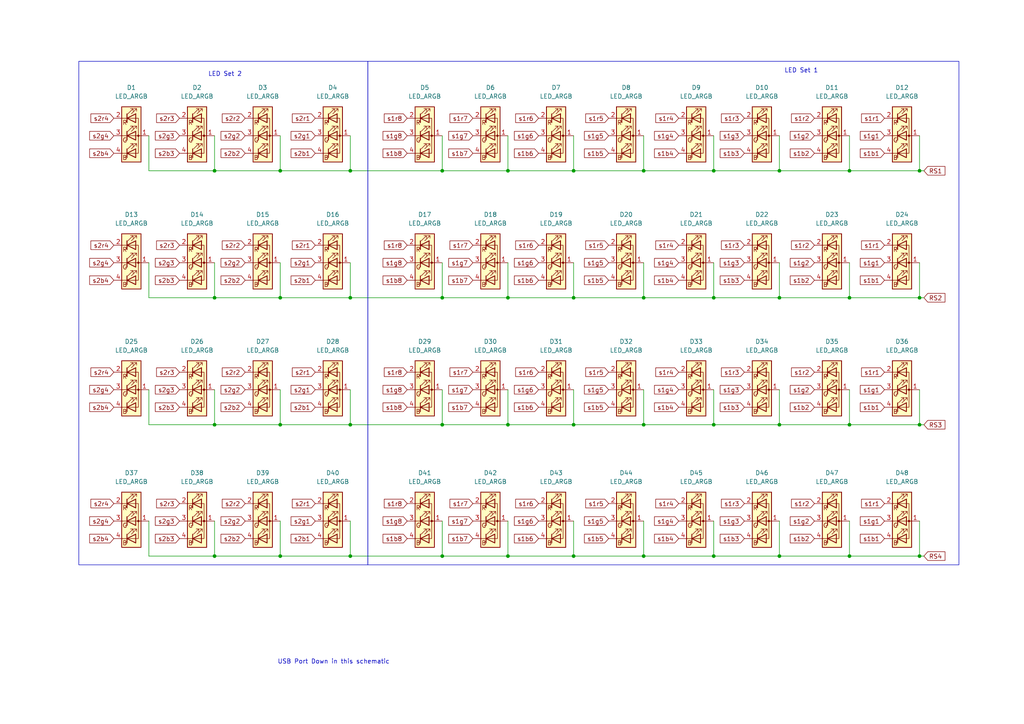
<source format=kicad_sch>
(kicad_sch (version 20250114) (generator "eeschema") (generator_version "9.0")
  (paper "A4")
  (lib_symbols
    (symbol "Device:LED_ARGB" (pin_names (offset 0) (hide yes))
      (property "Reference" "D" (at 0 9.398 0))
      (property "Value" "LED_ARGB" (at 0 -8.89 0))
      (symbol "LED_ARGB_0_0"
        (text "R" (at -1.905 3.81 0) (effects (font (size 1.27 1.27))))
        (text "G" (at -1.905 -1.27 0) (effects (font (size 1.27 1.27))))
        (text "B" (at -1.905 -6.35 0) (effects (font (size 1.27 1.27))))
      )
      (symbol "LED_ARGB_0_1"
        (polyline (pts (xy -1.27 6.35) (xy -1.27 3.81)) (stroke (width 0.254)))
        (polyline (pts (xy -1.27 6.35) (xy -1.27 3.81) (xy -1.27 3.81)))
        (polyline (pts (xy -1.27 5.08) (xy -2.54 5.08)))
        (polyline (pts (xy -1.27 5.08) (xy 1.27 5.08)))
        (polyline (pts (xy -1.27 1.27) (xy -1.27 -1.27)) (stroke (width 0.254)))
        (polyline (pts (xy -1.27 1.27) (xy -1.27 -1.27) (xy -1.27 -1.27)))
        (polyline (pts (xy -1.27 0) (xy -2.54 0)))
        (polyline (pts (xy -1.27 -3.81) (xy -1.27 -6.35)) (stroke (width 0.254)))
        (polyline (pts (xy -1.27 -5.08) (xy -2.54 -5.08)))
        (polyline (pts (xy -1.27 -5.08) (xy 1.27 -5.08)))
        (polyline (pts (xy -1.016 6.35) (xy 0.508 7.874) (xy -0.254 7.874) (xy 0.508 7.874) (xy 0.508 7.112)))
        (polyline (pts (xy -1.016 1.27) (xy 0.508 2.794) (xy -0.254 2.794) (xy 0.508 2.794) (xy 0.508 2.032)))
        (polyline (pts (xy -1.016 -3.81) (xy 0.508 -2.286) (xy -0.254 -2.286) (xy 0.508 -2.286) (xy 0.508 -3.048)))
        (polyline (pts (xy 0 6.35) (xy 1.524 7.874) (xy 0.762 7.874) (xy 1.524 7.874) (xy 1.524 7.112)))
        (polyline (pts (xy 0 1.27) (xy 1.524 2.794) (xy 0.762 2.794) (xy 1.524 2.794) (xy 1.524 2.032)))
        (polyline (pts (xy 0 -3.81) (xy 1.524 -2.286) (xy 0.762 -2.286) (xy 1.524 -2.286) (xy 1.524 -3.048)))
        (polyline (pts (xy 1.27 6.35) (xy 1.27 3.81) (xy -1.27 5.08) (xy 1.27 6.35)) (stroke (width 0.254)))
        (rectangle (start 1.27 6.35) (end 1.27 6.35))
        (rectangle (start 1.27 3.81) (end 1.27 6.35))
        (polyline (pts (xy 1.27 1.27) (xy 1.27 -1.27) (xy -1.27 0) (xy 1.27 1.27)) (stroke (width 0.254)))
        (rectangle (start 1.27 1.27) (end 1.27 1.27))
        (polyline (pts (xy 1.27 0) (xy -1.27 0)))
        (polyline (pts (xy 1.27 0) (xy 2.54 0)))
        (rectangle (start 1.27 -1.27) (end 1.27 1.27))
        (polyline (pts (xy 1.27 -3.81) (xy 1.27 -6.35) (xy -1.27 -5.08) (xy 1.27 -3.81)) (stroke (width 0.254)))
        (polyline (pts (xy 1.27 -5.08) (xy 2.032 -5.08) (xy 2.032 5.08) (xy 1.27 5.08)))
        (circle (center 2.032 0) (radius 0.254) (fill (type outline)))
        (rectangle (start 2.794 8.382) (end -2.794 -7.62) (stroke (width 0.254)) (fill (type background)))
      )
      (symbol "LED_ARGB_1_1"
        (pin passive line (at -5.08 5.08 0) (length 2.54) (name "RK") (number "2"))
        (pin passive line (at -5.08 0 0) (length 2.54) (name "GK") (number "3"))
        (pin passive line (at -5.08 -5.08 0) (length 2.54) (name "BK") (number "4"))
        (pin passive line (at 5.08 0 180) (length 2.54) (name "A") (number "1"))
      )
    )
  )
  (rectangle (start 106.68 17.78) (end 278.13 163.83))
  (rectangle (start 22.86 17.78) (end 106.68 163.83))
  (text "USB Port Down in this schematic\n" (at 96.774 192.024 0) (effects (font (size 1.27 1.27))))
  (text "LED Set 2\n" (at 65.278 21.59 0) (effects (font (size 1.27 1.27))))
  (text "LED Set 1" (at 232.41 20.574 0) (effects (font (size 1.27 1.27))))
  (junction (at 62.23 49.53))
  (junction (at 166.37 161.29))
  (junction (at 246.38 161.29))
  (junction (at 81.28 123.19))
  (junction (at 62.23 161.29))
  (junction (at 207.01 161.29))
  (junction (at 207.01 123.19))
  (junction (at 81.28 161.29))
  (junction (at 62.23 123.19))
  (junction (at 147.32 123.19))
  (junction (at 186.69 86.36))
  (junction (at 128.27 49.53))
  (junction (at 207.01 86.36))
  (junction (at 147.32 161.29))
  (junction (at 166.37 123.19))
  (junction (at 226.06 161.29))
  (junction (at 246.38 49.53))
  (junction (at 266.7 49.53))
  (junction (at 147.32 86.36))
  (junction (at 226.06 86.36))
  (junction (at 128.27 123.19))
  (junction (at 186.69 49.53))
  (junction (at 266.7 86.36))
  (junction (at 226.06 123.19))
  (junction (at 186.69 123.19))
  (junction (at 101.6 123.19))
  (junction (at 266.7 123.19))
  (junction (at 81.28 49.53))
  (junction (at 101.6 86.36))
  (junction (at 246.38 86.36))
  (junction (at 128.27 161.29))
  (junction (at 147.32 49.53))
  (junction (at 81.28 86.36))
  (junction (at 166.37 49.53))
  (junction (at 101.6 49.53))
  (junction (at 101.6 161.29))
  (junction (at 266.7 161.29))
  (junction (at 186.69 161.29))
  (junction (at 207.01 49.53))
  (junction (at 128.27 86.36))
  (junction (at 62.23 86.36))
  (junction (at 226.06 49.53))
  (junction (at 166.37 86.36))
  (junction (at 246.38 123.19))
  (wire (pts (xy 81.28 161.29) (xy 101.6 161.29)))
  (wire (pts (xy 62.23 86.36) (xy 81.28 86.36)))
  (wire (pts (xy 207.01 123.19) (xy 226.06 123.19)))
  (wire (pts (xy 101.6 49.53) (xy 128.27 49.53)))
  (wire (pts (xy 186.69 123.19) (xy 207.01 123.19)))
  (wire (pts (xy 43.18 113.03) (xy 43.18 123.19)))
  (wire (pts (xy 147.32 39.37) (xy 147.32 49.53)))
  (wire (pts (xy 207.01 151.13) (xy 207.01 161.29)))
  (wire (pts (xy 186.69 86.36) (xy 207.01 86.36)))
  (wire (pts (xy 43.18 161.29) (xy 62.23 161.29)))
  (wire (pts (xy 166.37 86.36) (xy 186.69 86.36)))
  (wire (pts (xy 62.23 123.19) (xy 81.28 123.19)))
  (wire (pts (xy 226.06 86.36) (xy 246.38 86.36)))
  (wire (pts (xy 186.69 113.03) (xy 186.69 123.19)))
  (wire (pts (xy 266.7 123.19) (xy 267.97 123.19)))
  (wire (pts (xy 81.28 39.37) (xy 81.28 49.53)))
  (wire (pts (xy 43.18 151.13) (xy 43.18 161.29)))
  (wire (pts (xy 246.38 113.03) (xy 246.38 123.19)))
  (wire (pts (xy 147.32 123.19) (xy 166.37 123.19)))
  (wire (pts (xy 207.01 76.2) (xy 207.01 86.36)))
  (wire (pts (xy 207.01 49.53) (xy 226.06 49.53)))
  (wire (pts (xy 246.38 123.19) (xy 266.7 123.19)))
  (wire (pts (xy 166.37 151.13) (xy 166.37 161.29)))
  (wire (pts (xy 246.38 76.2) (xy 246.38 86.36)))
  (wire (pts (xy 43.18 76.2) (xy 43.18 86.36)))
  (wire (pts (xy 101.6 151.13) (xy 101.6 161.29)))
  (wire (pts (xy 186.69 39.37) (xy 186.69 49.53)))
  (wire (pts (xy 81.28 113.03) (xy 81.28 123.19)))
  (wire (pts (xy 101.6 113.03) (xy 101.6 123.19)))
  (wire (pts (xy 147.32 113.03) (xy 147.32 123.19)))
  (wire (pts (xy 43.18 49.53) (xy 62.23 49.53)))
  (wire (pts (xy 266.7 86.36) (xy 267.97 86.36)))
  (wire (pts (xy 128.27 161.29) (xy 147.32 161.29)))
  (wire (pts (xy 81.28 151.13) (xy 81.28 161.29)))
  (wire (pts (xy 246.38 151.13) (xy 246.38 161.29)))
  (wire (pts (xy 186.69 76.2) (xy 186.69 86.36)))
  (wire (pts (xy 81.28 49.53) (xy 101.6 49.53)))
  (wire (pts (xy 226.06 151.13) (xy 226.06 161.29)))
  (wire (pts (xy 186.69 161.29) (xy 207.01 161.29)))
  (wire (pts (xy 62.23 76.2) (xy 62.23 86.36)))
  (wire (pts (xy 166.37 76.2) (xy 166.37 86.36)))
  (wire (pts (xy 101.6 39.37) (xy 101.6 49.53)))
  (wire (pts (xy 128.27 113.03) (xy 128.27 123.19)))
  (wire (pts (xy 266.7 39.37) (xy 266.7 49.53)))
  (wire (pts (xy 147.32 86.36) (xy 166.37 86.36)))
  (wire (pts (xy 166.37 49.53) (xy 186.69 49.53)))
  (wire (pts (xy 128.27 151.13) (xy 128.27 161.29)))
  (wire (pts (xy 266.7 113.03) (xy 266.7 123.19)))
  (wire (pts (xy 207.01 161.29) (xy 226.06 161.29)))
  (wire (pts (xy 226.06 39.37) (xy 226.06 49.53)))
  (wire (pts (xy 226.06 123.19) (xy 246.38 123.19)))
  (wire (pts (xy 62.23 39.37) (xy 62.23 49.53)))
  (wire (pts (xy 128.27 86.36) (xy 147.32 86.36)))
  (wire (pts (xy 207.01 86.36) (xy 226.06 86.36)))
  (wire (pts (xy 246.38 49.53) (xy 266.7 49.53)))
  (wire (pts (xy 166.37 161.29) (xy 186.69 161.29)))
  (wire (pts (xy 101.6 161.29) (xy 128.27 161.29)))
  (wire (pts (xy 266.7 151.13) (xy 266.7 161.29)))
  (wire (pts (xy 266.7 161.29) (xy 267.97 161.29)))
  (wire (pts (xy 226.06 49.53) (xy 246.38 49.53)))
  (wire (pts (xy 207.01 113.03) (xy 207.01 123.19)))
  (wire (pts (xy 246.38 86.36) (xy 266.7 86.36)))
  (wire (pts (xy 62.23 113.03) (xy 62.23 123.19)))
  (wire (pts (xy 186.69 49.53) (xy 207.01 49.53)))
  (wire (pts (xy 43.18 86.36) (xy 62.23 86.36)))
  (wire (pts (xy 166.37 123.19) (xy 186.69 123.19)))
  (wire (pts (xy 128.27 49.53) (xy 147.32 49.53)))
  (wire (pts (xy 186.69 151.13) (xy 186.69 161.29)))
  (wire (pts (xy 128.27 123.19) (xy 147.32 123.19)))
  (wire (pts (xy 101.6 123.19) (xy 128.27 123.19)))
  (wire (pts (xy 81.28 76.2) (xy 81.28 86.36)))
  (wire (pts (xy 207.01 39.37) (xy 207.01 49.53)))
  (wire (pts (xy 147.32 49.53) (xy 166.37 49.53)))
  (wire (pts (xy 81.28 123.19) (xy 101.6 123.19)))
  (wire (pts (xy 266.7 76.2) (xy 266.7 86.36)))
  (wire (pts (xy 62.23 49.53) (xy 81.28 49.53)))
  (wire (pts (xy 62.23 151.13) (xy 62.23 161.29)))
  (wire (pts (xy 226.06 76.2) (xy 226.06 86.36)))
  (wire (pts (xy 43.18 123.19) (xy 62.23 123.19)))
  (wire (pts (xy 266.7 49.53) (xy 267.97 49.53)))
  (wire (pts (xy 101.6 86.36) (xy 128.27 86.36)))
  (wire (pts (xy 147.32 151.13) (xy 147.32 161.29)))
  (wire (pts (xy 226.06 161.29) (xy 246.38 161.29)))
  (wire (pts (xy 166.37 113.03) (xy 166.37 123.19)))
  (wire (pts (xy 226.06 113.03) (xy 226.06 123.19)))
  (wire (pts (xy 128.27 76.2) (xy 128.27 86.36)))
  (wire (pts (xy 246.38 39.37) (xy 246.38 49.53)))
  (wire (pts (xy 101.6 76.2) (xy 101.6 86.36)))
  (wire (pts (xy 128.27 39.37) (xy 128.27 49.53)))
  (wire (pts (xy 81.28 86.36) (xy 101.6 86.36)))
  (wire (pts (xy 147.32 161.29) (xy 166.37 161.29)))
  (wire (pts (xy 43.18 39.37) (xy 43.18 49.53)))
  (wire (pts (xy 62.23 161.29) (xy 81.28 161.29)))
  (wire (pts (xy 246.38 161.29) (xy 266.7 161.29)))
  (wire (pts (xy 166.37 39.37) (xy 166.37 49.53)))
  (wire (pts (xy 147.32 76.2) (xy 147.32 86.36)))
  (global_label "s1g4" (shape input) (at 196.85 113.03 180) (property "Intersheetrefs" "${INTERSHEET_REFS}" (effects (hide yes))))
  (global_label "s2g3" (shape input) (at 52.07 113.03 180) (property "Intersheetrefs" "${INTERSHEET_REFS}" (effects (hide yes))))
  (global_label "s1g2" (shape input) (at 236.22 76.2 180) (property "Intersheetrefs" "${INTERSHEET_REFS}" (effects (hide yes))))
  (global_label "s1g3" (shape input) (at 215.9 39.37 180) (property "Intersheetrefs" "${INTERSHEET_REFS}" (effects (hide yes))))
  (global_label "s1r7" (shape input) (at 137.16 71.12 180) (property "Intersheetrefs" "${INTERSHEET_REFS}" (effects (hide yes))))
  (global_label "s2b1" (shape input) (at 91.44 156.21 180) (property "Intersheetrefs" "${INTERSHEET_REFS}" (effects (hide yes))))
  (global_label "s1b2" (shape input) (at 236.22 81.28 180) (property "Intersheetrefs" "${INTERSHEET_REFS}" (effects (hide yes))))
  (global_label "s1g8" (shape input) (at 118.11 113.03 180) (property "Intersheetrefs" "${INTERSHEET_REFS}" (effects (hide yes))))
  (global_label "s1r7" (shape input) (at 137.16 146.05 180) (property "Intersheetrefs" "${INTERSHEET_REFS}" (effects (hide yes))))
  (global_label "s1b5" (shape input) (at 176.53 81.28 180) (property "Intersheetrefs" "${INTERSHEET_REFS}" (effects (hide yes))))
  (global_label "s1r7" (shape input) (at 137.16 107.95 180) (property "Intersheetrefs" "${INTERSHEET_REFS}" (effects (hide yes))))
  (global_label "s2r2" (shape input) (at 71.12 71.12 180) (property "Intersheetrefs" "${INTERSHEET_REFS}" (effects (hide yes))))
  (global_label "s1g8" (shape input) (at 118.11 151.13 180) (property "Intersheetrefs" "${INTERSHEET_REFS}" (effects (hide yes))))
  (global_label "s1r5" (shape input) (at 176.53 34.29 180) (property "Intersheetrefs" "${INTERSHEET_REFS}" (effects (hide yes))))
  (global_label "s2g1" (shape input) (at 91.44 39.37 180) (property "Intersheetrefs" "${INTERSHEET_REFS}" (effects (hide yes))))
  (global_label "s1r5" (shape input) (at 176.53 71.12 180) (property "Intersheetrefs" "${INTERSHEET_REFS}" (effects (hide yes))))
  (global_label "s1b6" (shape input) (at 156.21 44.45 180) (property "Intersheetrefs" "${INTERSHEET_REFS}" (effects (hide yes))))
  (global_label "s2g1" (shape input) (at 91.44 76.2 180) (property "Intersheetrefs" "${INTERSHEET_REFS}" (effects (hide yes))))
  (global_label "s1r2" (shape input) (at 236.22 146.05 180) (property "Intersheetrefs" "${INTERSHEET_REFS}" (effects (hide yes))))
  (global_label "s2g4" (shape input) (at 33.02 39.37 180) (property "Intersheetrefs" "${INTERSHEET_REFS}" (effects (hide yes))))
  (global_label "s2b3" (shape input) (at 52.07 156.21 180) (property "Intersheetrefs" "${INTERSHEET_REFS}" (effects (hide yes))))
  (global_label "s1r4" (shape input) (at 196.85 34.29 180) (property "Intersheetrefs" "${INTERSHEET_REFS}" (effects (hide yes))))
  (global_label "s2b4" (shape input) (at 33.02 118.11 180) (property "Intersheetrefs" "${INTERSHEET_REFS}" (effects (hide yes))))
  (global_label "s1b1" (shape input) (at 256.54 118.11 180) (property "Intersheetrefs" "${INTERSHEET_REFS}" (effects (hide yes))))
  (global_label "RS3" (shape input) (at 267.97 123.19 0) (property "Intersheetrefs" "${INTERSHEET_REFS}" (effects (hide yes))))
  (global_label "s1g6" (shape input) (at 156.21 76.2 180) (property "Intersheetrefs" "${INTERSHEET_REFS}" (effects (hide yes))))
  (global_label "s2b3" (shape input) (at 52.07 118.11 180) (property "Intersheetrefs" "${INTERSHEET_REFS}" (effects (hide yes))))
  (global_label "s1b8" (shape input) (at 118.11 118.11 180) (property "Intersheetrefs" "${INTERSHEET_REFS}" (effects (hide yes))))
  (global_label "s2r4" (shape input) (at 33.02 34.29 180) (property "Intersheetrefs" "${INTERSHEET_REFS}" (effects (hide yes))))
  (global_label "s1g8" (shape input) (at 118.11 76.2 180) (property "Intersheetrefs" "${INTERSHEET_REFS}" (effects (hide yes))))
  (global_label "s1b6" (shape input) (at 156.21 156.21 180) (property "Intersheetrefs" "${INTERSHEET_REFS}" (effects (hide yes))))
  (global_label "s1r6" (shape input) (at 156.21 107.95 180) (property "Intersheetrefs" "${INTERSHEET_REFS}" (effects (hide yes))))
  (global_label "s2b2" (shape input) (at 71.12 44.45 180) (property "Intersheetrefs" "${INTERSHEET_REFS}" (effects (hide yes))))
  (global_label "s1b8" (shape input) (at 118.11 81.28 180) (property "Intersheetrefs" "${INTERSHEET_REFS}" (effects (hide yes))))
  (global_label "s2r1" (shape input) (at 91.44 34.29 180) (property "Intersheetrefs" "${INTERSHEET_REFS}" (effects (hide yes))))
  (global_label "s1b4" (shape input) (at 196.85 44.45 180) (property "Intersheetrefs" "${INTERSHEET_REFS}" (effects (hide yes))))
  (global_label "RS2" (shape input) (at 267.97 86.36 0) (property "Intersheetrefs" "${INTERSHEET_REFS}" (effects (hide yes))))
  (global_label "s1g2" (shape input) (at 236.22 151.13 180) (property "Intersheetrefs" "${INTERSHEET_REFS}" (effects (hide yes))))
  (global_label "s2b4" (shape input) (at 33.02 156.21 180) (property "Intersheetrefs" "${INTERSHEET_REFS}" (effects (hide yes))))
  (global_label "s1r7" (shape input) (at 137.16 34.29 180) (property "Intersheetrefs" "${INTERSHEET_REFS}" (effects (hide yes))))
  (global_label "s2g2" (shape input) (at 71.12 113.03 180) (property "Intersheetrefs" "${INTERSHEET_REFS}" (effects (hide yes))))
  (global_label "s2b2" (shape input) (at 71.12 156.21 180) (property "Intersheetrefs" "${INTERSHEET_REFS}" (effects (hide yes))))
  (global_label "s1r1" (shape input) (at 256.54 107.95 180) (property "Intersheetrefs" "${INTERSHEET_REFS}" (effects (hide yes))))
  (global_label "s2r4" (shape input) (at 33.02 107.95 180) (property "Intersheetrefs" "${INTERSHEET_REFS}" (effects (hide yes))))
  (global_label "s2r3" (shape input) (at 52.07 146.05 180) (property "Intersheetrefs" "${INTERSHEET_REFS}" (effects (hide yes))))
  (global_label "s1b5" (shape input) (at 176.53 44.45 180) (property "Intersheetrefs" "${INTERSHEET_REFS}" (effects (hide yes))))
  (global_label "s1r8" (shape input) (at 118.11 107.95 180) (property "Intersheetrefs" "${INTERSHEET_REFS}" (effects (hide yes))))
  (global_label "s1b7" (shape input) (at 137.16 118.11 180) (property "Intersheetrefs" "${INTERSHEET_REFS}" (effects (hide yes))))
  (global_label "s2r1" (shape input) (at 91.44 71.12 180) (property "Intersheetrefs" "${INTERSHEET_REFS}" (effects (hide yes))))
  (global_label "s2b4" (shape input) (at 33.02 44.45 180) (property "Intersheetrefs" "${INTERSHEET_REFS}" (effects (hide yes))))
  (global_label "s1r1" (shape input) (at 256.54 146.05 180) (property "Intersheetrefs" "${INTERSHEET_REFS}" (effects (hide yes))))
  (global_label "s2r1" (shape input) (at 91.44 146.05 180) (property "Intersheetrefs" "${INTERSHEET_REFS}" (effects (hide yes))))
  (global_label "s1r2" (shape input) (at 236.22 71.12 180) (property "Intersheetrefs" "${INTERSHEET_REFS}" (effects (hide yes))))
  (global_label "s1b3" (shape input) (at 215.9 44.45 180) (property "Intersheetrefs" "${INTERSHEET_REFS}" (effects (hide yes))))
  (global_label "s1g1" (shape input) (at 256.54 76.2 180) (property "Intersheetrefs" "${INTERSHEET_REFS}" (effects (hide yes))))
  (global_label "s1g7" (shape input) (at 137.16 39.37 180) (property "Intersheetrefs" "${INTERSHEET_REFS}" (effects (hide yes))))
  (global_label "s2g2" (shape input) (at 71.12 39.37 180) (property "Intersheetrefs" "${INTERSHEET_REFS}" (effects (hide yes))))
  (global_label "s2r4" (shape input) (at 33.02 146.05 180) (property "Intersheetrefs" "${INTERSHEET_REFS}" (effects (hide yes))))
  (global_label "s2r3" (shape input) (at 52.07 34.29 180) (property "Intersheetrefs" "${INTERSHEET_REFS}" (effects (hide yes))))
  (global_label "s1b4" (shape input) (at 196.85 118.11 180) (property "Intersheetrefs" "${INTERSHEET_REFS}" (effects (hide yes))))
  (global_label "s1g6" (shape input) (at 156.21 113.03 180) (property "Intersheetrefs" "${INTERSHEET_REFS}" (effects (hide yes))))
  (global_label "s2g4" (shape input) (at 33.02 113.03 180) (property "Intersheetrefs" "${INTERSHEET_REFS}" (effects (hide yes))))
  (global_label "s1g5" (shape input) (at 176.53 113.03 180) (property "Intersheetrefs" "${INTERSHEET_REFS}" (effects (hide yes))))
  (global_label "s1g1" (shape input) (at 256.54 151.13 180) (property "Intersheetrefs" "${INTERSHEET_REFS}" (effects (hide yes))))
  (global_label "s1b6" (shape input) (at 156.21 118.11 180) (property "Intersheetrefs" "${INTERSHEET_REFS}" (effects (hide yes))))
  (global_label "RS1" (shape input) (at 267.97 49.53 0) (property "Intersheetrefs" "${INTERSHEET_REFS}" (effects (hide yes))))
  (global_label "s1g5" (shape input) (at 176.53 151.13 180) (property "Intersheetrefs" "${INTERSHEET_REFS}" (effects (hide yes))))
  (global_label "s1b3" (shape input) (at 215.9 118.11 180) (property "Intersheetrefs" "${INTERSHEET_REFS}" (effects (hide yes))))
  (global_label "s2b1" (shape input) (at 91.44 118.11 180) (property "Intersheetrefs" "${INTERSHEET_REFS}" (effects (hide yes))))
  (global_label "s1r4" (shape input) (at 196.85 107.95 180) (property "Intersheetrefs" "${INTERSHEET_REFS}" (effects (hide yes))))
  (global_label "s1r3" (shape input) (at 215.9 146.05 180) (property "Intersheetrefs" "${INTERSHEET_REFS}" (effects (hide yes))))
  (global_label "s1g4" (shape input) (at 196.85 39.37 180) (property "Intersheetrefs" "${INTERSHEET_REFS}" (effects (hide yes))))
  (global_label "s2g4" (shape input) (at 33.02 76.2 180) (property "Intersheetrefs" "${INTERSHEET_REFS}" (effects (hide yes))))
  (global_label "s2b1" (shape input) (at 91.44 81.28 180) (property "Intersheetrefs" "${INTERSHEET_REFS}" (effects (hide yes))))
  (global_label "s1r6" (shape input) (at 156.21 71.12 180) (property "Intersheetrefs" "${INTERSHEET_REFS}" (effects (hide yes))))
  (global_label "s1g6" (shape input) (at 156.21 151.13 180) (property "Intersheetrefs" "${INTERSHEET_REFS}" (effects (hide yes))))
  (global_label "s1r5" (shape input) (at 176.53 146.05 180) (property "Intersheetrefs" "${INTERSHEET_REFS}" (effects (hide yes))))
  (global_label "s1b1" (shape input) (at 256.54 156.21 180) (property "Intersheetrefs" "${INTERSHEET_REFS}" (effects (hide yes))))
  (global_label "s1b2" (shape input) (at 236.22 44.45 180) (property "Intersheetrefs" "${INTERSHEET_REFS}" (effects (hide yes))))
  (global_label "s1b4" (shape input) (at 196.85 156.21 180) (property "Intersheetrefs" "${INTERSHEET_REFS}" (effects (hide yes))))
  (global_label "s2g3" (shape input) (at 52.07 76.2 180) (property "Intersheetrefs" "${INTERSHEET_REFS}" (effects (hide yes))))
  (global_label "s2r1" (shape input) (at 91.44 107.95 180) (property "Intersheetrefs" "${INTERSHEET_REFS}" (effects (hide yes))))
  (global_label "s1b2" (shape input) (at 236.22 156.21 180) (property "Intersheetrefs" "${INTERSHEET_REFS}" (effects (hide yes))))
  (global_label "s1b7" (shape input) (at 137.16 156.21 180) (property "Intersheetrefs" "${INTERSHEET_REFS}" (effects (hide yes))))
  (global_label "s2r4" (shape input) (at 33.02 71.12 180) (property "Intersheetrefs" "${INTERSHEET_REFS}" (effects (hide yes))))
  (global_label "s1g3" (shape input) (at 215.9 76.2 180) (property "Intersheetrefs" "${INTERSHEET_REFS}" (effects (hide yes))))
  (global_label "s1b8" (shape input) (at 118.11 44.45 180) (property "Intersheetrefs" "${INTERSHEET_REFS}" (effects (hide yes))))
  (global_label "s2r2" (shape input) (at 71.12 146.05 180) (property "Intersheetrefs" "${INTERSHEET_REFS}" (effects (hide yes))))
  (global_label "s2b4" (shape input) (at 33.02 81.28 180) (property "Intersheetrefs" "${INTERSHEET_REFS}" (effects (hide yes))))
  (global_label "s1b3" (shape input) (at 215.9 156.21 180) (property "Intersheetrefs" "${INTERSHEET_REFS}" (effects (hide yes))))
  (global_label "RS4" (shape input) (at 267.97 161.29 0) (property "Intersheetrefs" "${INTERSHEET_REFS}" (effects (hide yes))))
  (global_label "s1b6" (shape input) (at 156.21 81.28 180) (property "Intersheetrefs" "${INTERSHEET_REFS}" (effects (hide yes))))
  (global_label "s2b1" (shape input) (at 91.44 44.45 180) (property "Intersheetrefs" "${INTERSHEET_REFS}" (effects (hide yes))))
  (global_label "s2g3" (shape input) (at 52.07 151.13 180) (property "Intersheetrefs" "${INTERSHEET_REFS}" (effects (hide yes))))
  (global_label "s1r1" (shape input) (at 256.54 34.29 180) (property "Intersheetrefs" "${INTERSHEET_REFS}" (effects (hide yes))))
  (global_label "s1r2" (shape input) (at 236.22 107.95 180) (property "Intersheetrefs" "${INTERSHEET_REFS}" (effects (hide yes))))
  (global_label "s2g2" (shape input) (at 71.12 76.2 180) (property "Intersheetrefs" "${INTERSHEET_REFS}" (effects (hide yes))))
  (global_label "s1r3" (shape input) (at 215.9 107.95 180) (property "Intersheetrefs" "${INTERSHEET_REFS}" (effects (hide yes))))
  (global_label "s1b1" (shape input) (at 256.54 81.28 180) (property "Intersheetrefs" "${INTERSHEET_REFS}" (effects (hide yes))))
  (global_label "s1r6" (shape input) (at 156.21 146.05 180) (property "Intersheetrefs" "${INTERSHEET_REFS}" (effects (hide yes))))
  (global_label "s1g7" (shape input) (at 137.16 113.03 180) (property "Intersheetrefs" "${INTERSHEET_REFS}" (effects (hide yes))))
  (global_label "s1g2" (shape input) (at 236.22 39.37 180) (property "Intersheetrefs" "${INTERSHEET_REFS}" (effects (hide yes))))
  (global_label "s1r3" (shape input) (at 215.9 34.29 180) (property "Intersheetrefs" "${INTERSHEET_REFS}" (effects (hide yes))))
  (global_label "s1g4" (shape input) (at 196.85 76.2 180) (property "Intersheetrefs" "${INTERSHEET_REFS}" (effects (hide yes))))
  (global_label "s2g1" (shape input) (at 91.44 151.13 180) (property "Intersheetrefs" "${INTERSHEET_REFS}" (effects (hide yes))))
  (global_label "s2g4" (shape input) (at 33.02 151.13 180) (property "Intersheetrefs" "${INTERSHEET_REFS}" (effects (hide yes))))
  (global_label "s1g4" (shape input) (at 196.85 151.13 180) (property "Intersheetrefs" "${INTERSHEET_REFS}" (effects (hide yes))))
  (global_label "s2g2" (shape input) (at 71.12 151.13 180) (property "Intersheetrefs" "${INTERSHEET_REFS}" (effects (hide yes))))
  (global_label "s1r8" (shape input) (at 118.11 34.29 180) (property "Intersheetrefs" "${INTERSHEET_REFS}" (effects (hide yes))))
  (global_label "s1b7" (shape input) (at 137.16 44.45 180) (property "Intersheetrefs" "${INTERSHEET_REFS}" (effects (hide yes))))
  (global_label "s1b1" (shape input) (at 256.54 44.45 180) (property "Intersheetrefs" "${INTERSHEET_REFS}" (effects (hide yes))))
  (global_label "s1r6" (shape input) (at 156.21 34.29 180) (property "Intersheetrefs" "${INTERSHEET_REFS}" (effects (hide yes))))
  (global_label "s1r3" (shape input) (at 215.9 71.12 180) (property "Intersheetrefs" "${INTERSHEET_REFS}" (effects (hide yes))))
  (global_label "s1r1" (shape input) (at 256.54 71.12 180) (property "Intersheetrefs" "${INTERSHEET_REFS}" (effects (hide yes))))
  (global_label "s1g1" (shape input) (at 256.54 39.37 180) (property "Intersheetrefs" "${INTERSHEET_REFS}" (effects (hide yes))))
  (global_label "s1r8" (shape input) (at 118.11 71.12 180) (property "Intersheetrefs" "${INTERSHEET_REFS}" (effects (hide yes))))
  (global_label "s2r3" (shape input) (at 52.07 107.95 180) (property "Intersheetrefs" "${INTERSHEET_REFS}" (effects (hide yes))))
  (global_label "s1b2" (shape input) (at 236.22 118.11 180) (property "Intersheetrefs" "${INTERSHEET_REFS}" (effects (hide yes))))
  (global_label "s1g7" (shape input) (at 137.16 151.13 180) (property "Intersheetrefs" "${INTERSHEET_REFS}" (effects (hide yes))))
  (global_label "s1g3" (shape input) (at 215.9 151.13 180) (property "Intersheetrefs" "${INTERSHEET_REFS}" (effects (hide yes))))
  (global_label "s1r4" (shape input) (at 196.85 146.05 180) (property "Intersheetrefs" "${INTERSHEET_REFS}" (effects (hide yes))))
  (global_label "s2g3" (shape input) (at 52.07 39.37 180) (property "Intersheetrefs" "${INTERSHEET_REFS}" (effects (hide yes))))
  (global_label "s2r2" (shape input) (at 71.12 107.95 180) (property "Intersheetrefs" "${INTERSHEET_REFS}" (effects (hide yes))))
  (global_label "s1g5" (shape input) (at 176.53 39.37 180) (property "Intersheetrefs" "${INTERSHEET_REFS}" (effects (hide yes))))
  (global_label "s1g2" (shape input) (at 236.22 113.03 180) (property "Intersheetrefs" "${INTERSHEET_REFS}" (effects (hide yes))))
  (global_label "s1b5" (shape input) (at 176.53 156.21 180) (property "Intersheetrefs" "${INTERSHEET_REFS}" (effects (hide yes))))
  (global_label "s2b3" (shape input) (at 52.07 81.28 180) (property "Intersheetrefs" "${INTERSHEET_REFS}" (effects (hide yes))))
  (global_label "s1g6" (shape input) (at 156.21 39.37 180) (property "Intersheetrefs" "${INTERSHEET_REFS}" (effects (hide yes))))
  (global_label "s1b5" (shape input) (at 176.53 118.11 180) (property "Intersheetrefs" "${INTERSHEET_REFS}" (effects (hide yes))))
  (global_label "s2b3" (shape input) (at 52.07 44.45 180) (property "Intersheetrefs" "${INTERSHEET_REFS}" (effects (hide yes))))
  (global_label "s1r8" (shape input) (at 118.11 146.05 180) (property "Intersheetrefs" "${INTERSHEET_REFS}" (effects (hide yes))))
  (global_label "s1g5" (shape input) (at 176.53 76.2 180) (property "Intersheetrefs" "${INTERSHEET_REFS}" (effects (hide yes))))
  (global_label "s2r3" (shape input) (at 52.07 71.12 180) (property "Intersheetrefs" "${INTERSHEET_REFS}" (effects (hide yes))))
  (global_label "s1r2" (shape input) (at 236.22 34.29 180) (property "Intersheetrefs" "${INTERSHEET_REFS}" (effects (hide yes))))
  (global_label "s1b8" (shape input) (at 118.11 156.21 180) (property "Intersheetrefs" "${INTERSHEET_REFS}" (effects (hide yes))))
  (global_label "s1b7" (shape input) (at 137.16 81.28 180) (property "Intersheetrefs" "${INTERSHEET_REFS}" (effects (hide yes))))
  (global_label "s1b3" (shape input) (at 215.9 81.28 180) (property "Intersheetrefs" "${INTERSHEET_REFS}" (effects (hide yes))))
  (global_label "s2g1" (shape input) (at 91.44 113.03 180) (property "Intersheetrefs" "${INTERSHEET_REFS}" (effects (hide yes))))
  (global_label "s2r2" (shape input) (at 71.12 34.29 180) (property "Intersheetrefs" "${INTERSHEET_REFS}" (effects (hide yes))))
  (global_label "s1g1" (shape input) (at 256.54 113.03 180) (property "Intersheetrefs" "${INTERSHEET_REFS}" (effects (hide yes))))
  (global_label "s1g8" (shape input) (at 118.11 39.37 180) (property "Intersheetrefs" "${INTERSHEET_REFS}" (effects (hide yes))))
  (global_label "s1g7" (shape input) (at 137.16 76.2 180) (property "Intersheetrefs" "${INTERSHEET_REFS}" (effects (hide yes))))
  (global_label "s2b2" (shape input) (at 71.12 81.28 180) (property "Intersheetrefs" "${INTERSHEET_REFS}" (effects (hide yes))))
  (global_label "s1g3" (shape input) (at 215.9 113.03 180) (property "Intersheetrefs" "${INTERSHEET_REFS}" (effects (hide yes))))
  (global_label "s1b4" (shape input) (at 196.85 81.28 180) (property "Intersheetrefs" "${INTERSHEET_REFS}" (effects (hide yes))))
  (global_label "s1r5" (shape input) (at 176.53 107.95 180) (property "Intersheetrefs" "${INTERSHEET_REFS}" (effects (hide yes))))
  (global_label "s2b2" (shape input) (at 71.12 118.11 180) (property "Intersheetrefs" "${INTERSHEET_REFS}" (effects (hide yes))))
  (global_label "s1r4" (shape input) (at 196.85 71.12 180) (property "Intersheetrefs" "${INTERSHEET_REFS}" (effects (hide yes))))
  (symbol (lib_id "Device:LED_ARGB") (at 76.2 39.37 0) (unit 1)
    (property "Reference" "D3" (at 76.2 25.4 0))
    (property "Value" "LED_ARGB" (at 76.2 27.94 0))
    (property "Footprint" "LED_SMD:LED_Cree-PLCC4_2x2mm_CW" (effects (hide yes)))
    (property "Description" "RGB LED, anode/red/green/blue" (effects (hide yes)))
  )
  (symbol (lib_id "Device:LED_ARGB") (at 76.2 113.03 0) (unit 1)
    (property "Reference" "D27" (at 76.2 99.06 0))
    (property "Value" "LED_ARGB" (at 76.2 101.6 0))
    (property "Footprint" "LED_SMD:LED_Cree-PLCC4_2x2mm_CW" (effects (hide yes)))
    (property "Description" "RGB LED, anode/red/green/blue" (effects (hide yes)))
  )
  (symbol (lib_id "Device:LED_ARGB") (at 76.2 151.13 0) (unit 1)
    (property "Reference" "D39" (at 76.2 137.16 0))
    (property "Value" "LED_ARGB" (at 76.2 139.7 0))
    (property "Footprint" "LED_SMD:LED_Cree-PLCC4_2x2mm_CW" (effects (hide yes)))
    (property "Description" "RGB LED, anode/red/green/blue" (effects (hide yes)))
  )
  (symbol (lib_id "Device:LED_ARGB") (at 96.52 113.03 0) (unit 1)
    (property "Reference" "D28" (at 96.52 99.06 0))
    (property "Value" "LED_ARGB" (at 96.52 101.6 0))
    (property "Footprint" "LED_SMD:LED_Cree-PLCC4_2x2mm_CW" (effects (hide yes)))
    (property "Description" "RGB LED, anode/red/green/blue" (effects (hide yes)))
  )
  (symbol (lib_id "Device:LED_ARGB") (at 96.52 151.13 0) (unit 1)
    (property "Reference" "D40" (at 96.52 137.16 0))
    (property "Value" "LED_ARGB" (at 96.52 139.7 0))
    (property "Footprint" "LED_SMD:LED_Cree-PLCC4_2x2mm_CW" (effects (hide yes)))
    (property "Description" "RGB LED, anode/red/green/blue" (effects (hide yes)))
  )
  (symbol (lib_id "Device:LED_ARGB") (at 220.98 151.13 0) (unit 1)
    (property "Reference" "D46" (at 220.98 137.16 0))
    (property "Value" "LED_ARGB" (at 220.98 139.7 0))
    (property "Footprint" "LED_SMD:LED_Cree-PLCC4_2x2mm_CW" (effects (hide yes)))
    (property "Description" "RGB LED, anode/red/green/blue" (effects (hide yes)))
  )
  (symbol (lib_id "Device:LED_ARGB") (at 38.1 113.03 0) (unit 1)
    (property "Reference" "D25" (at 38.1 99.06 0))
    (property "Value" "LED_ARGB" (at 38.1 101.6 0))
    (property "Footprint" "LED_SMD:LED_Cree-PLCC4_2x2mm_CW" (effects (hide yes)))
    (property "Description" "RGB LED, anode/red/green/blue" (effects (hide yes)))
  )
  (symbol (lib_id "Device:LED_ARGB") (at 220.98 76.2 0) (unit 1)
    (property "Reference" "D22" (at 220.98 62.23 0))
    (property "Value" "LED_ARGB" (at 220.98 64.77 0))
    (property "Footprint" "LED_SMD:LED_Cree-PLCC4_2x2mm_CW" (effects (hide yes)))
    (property "Description" "RGB LED, anode/red/green/blue" (effects (hide yes)))
  )
  (symbol (lib_id "Device:LED_ARGB") (at 142.24 151.13 0) (unit 1)
    (property "Reference" "D42" (at 142.24 137.16 0))
    (property "Value" "LED_ARGB" (at 142.24 139.7 0))
    (property "Footprint" "LED_SMD:LED_Cree-PLCC4_2x2mm_CW" (effects (hide yes)))
    (property "Description" "RGB LED, anode/red/green/blue" (effects (hide yes)))
  )
  (symbol (lib_id "Device:LED_ARGB") (at 161.29 113.03 0) (unit 1)
    (property "Reference" "D31" (at 161.29 99.06 0))
    (property "Value" "LED_ARGB" (at 161.29 101.6 0))
    (property "Footprint" "LED_SMD:LED_Cree-PLCC4_2x2mm_CW" (effects (hide yes)))
    (property "Description" "RGB LED, anode/red/green/blue" (effects (hide yes)))
  )
  (symbol (lib_id "Device:LED_ARGB") (at 142.24 76.2 0) (unit 1)
    (property "Reference" "D18" (at 142.24 62.23 0))
    (property "Value" "LED_ARGB" (at 142.24 64.77 0))
    (property "Footprint" "LED_SMD:LED_Cree-PLCC4_2x2mm_CW" (effects (hide yes)))
    (property "Description" "RGB LED, anode/red/green/blue" (effects (hide yes)))
  )
  (symbol (lib_id "Device:LED_ARGB") (at 123.19 151.13 0) (unit 1)
    (property "Reference" "D41" (at 123.19 137.16 0))
    (property "Value" "LED_ARGB" (at 123.19 139.7 0))
    (property "Footprint" "LED_SMD:LED_Cree-PLCC4_2x2mm_CW" (effects (hide yes)))
    (property "Description" "RGB LED, anode/red/green/blue" (effects (hide yes)))
  )
  (symbol (lib_id "Device:LED_ARGB") (at 201.93 151.13 0) (unit 1)
    (property "Reference" "D45" (at 201.93 137.16 0))
    (property "Value" "LED_ARGB" (at 201.93 139.7 0))
    (property "Footprint" "LED_SMD:LED_Cree-PLCC4_2x2mm_CW" (effects (hide yes)))
    (property "Description" "RGB LED, anode/red/green/blue" (effects (hide yes)))
  )
  (symbol (lib_id "Device:LED_ARGB") (at 161.29 76.2 0) (unit 1)
    (property "Reference" "D19" (at 161.29 62.23 0))
    (property "Value" "LED_ARGB" (at 161.29 64.77 0))
    (property "Footprint" "LED_SMD:LED_Cree-PLCC4_2x2mm_CW" (effects (hide yes)))
    (property "Description" "RGB LED, anode/red/green/blue" (effects (hide yes)))
  )
  (symbol (lib_id "Device:LED_ARGB") (at 96.52 76.2 0) (unit 1)
    (property "Reference" "D16" (at 96.52 62.23 0))
    (property "Value" "LED_ARGB" (at 96.52 64.77 0))
    (property "Footprint" "LED_SMD:LED_Cree-PLCC4_2x2mm_CW" (effects (hide yes)))
    (property "Description" "RGB LED, anode/red/green/blue" (effects (hide yes)))
  )
  (symbol (lib_id "Device:LED_ARGB") (at 261.62 113.03 0) (unit 1)
    (property "Reference" "D36" (at 261.62 99.06 0))
    (property "Value" "LED_ARGB" (at 261.62 101.6 0))
    (property "Footprint" "LED_SMD:LED_Cree-PLCC4_2x2mm_CW" (effects (hide yes)))
    (property "Description" "RGB LED, anode/red/green/blue" (effects (hide yes)))
  )
  (symbol (lib_id "Device:LED_ARGB") (at 123.19 113.03 0) (unit 1)
    (property "Reference" "D29" (at 123.19 99.06 0))
    (property "Value" "LED_ARGB" (at 123.19 101.6 0))
    (property "Footprint" "LED_SMD:LED_Cree-PLCC4_2x2mm_CW" (effects (hide yes)))
    (property "Description" "RGB LED, anode/red/green/blue" (effects (hide yes)))
  )
  (symbol (lib_id "Device:LED_ARGB") (at 261.62 39.37 0) (unit 1)
    (property "Reference" "D12" (at 261.62 25.4 0))
    (property "Value" "LED_ARGB" (at 261.62 27.94 0))
    (property "Footprint" "LED_SMD:LED_Cree-PLCC4_2x2mm_CW" (effects (hide yes)))
    (property "Description" "RGB LED, anode/red/green/blue" (effects (hide yes)))
  )
  (symbol (lib_id "Device:LED_ARGB") (at 38.1 39.37 0) (unit 1)
    (property "Reference" "D1" (at 38.1 25.4 0))
    (property "Value" "LED_ARGB" (at 38.1 27.94 0))
    (property "Footprint" "LED_SMD:LED_Cree-PLCC4_2x2mm_CW" (effects (hide yes)))
    (property "Description" "RGB LED, anode/red/green/blue" (effects (hide yes)))
  )
  (symbol (lib_id "Device:LED_ARGB") (at 57.15 39.37 0) (unit 1)
    (property "Reference" "D2" (at 57.15 25.4 0))
    (property "Value" "LED_ARGB" (at 57.15 27.94 0))
    (property "Footprint" "LED_SMD:LED_Cree-PLCC4_2x2mm_CW" (effects (hide yes)))
    (property "Description" "RGB LED, anode/red/green/blue" (effects (hide yes)))
  )
  (symbol (lib_id "Device:LED_ARGB") (at 161.29 151.13 0) (unit 1)
    (property "Reference" "D43" (at 161.29 137.16 0))
    (property "Value" "LED_ARGB" (at 161.29 139.7 0))
    (property "Footprint" "LED_SMD:LED_Cree-PLCC4_2x2mm_CW" (effects (hide yes)))
    (property "Description" "RGB LED, anode/red/green/blue" (effects (hide yes)))
  )
  (symbol (lib_id "Device:LED_ARGB") (at 181.61 76.2 0) (unit 1)
    (property "Reference" "D20" (at 181.61 62.23 0))
    (property "Value" "LED_ARGB" (at 181.61 64.77 0))
    (property "Footprint" "LED_SMD:LED_Cree-PLCC4_2x2mm_CW" (effects (hide yes)))
    (property "Description" "RGB LED, anode/red/green/blue" (effects (hide yes)))
  )
  (symbol (lib_id "Device:LED_ARGB") (at 142.24 113.03 0) (unit 1)
    (property "Reference" "D30" (at 142.24 99.06 0))
    (property "Value" "LED_ARGB" (at 142.24 101.6 0))
    (property "Footprint" "LED_SMD:LED_Cree-PLCC4_2x2mm_CW" (effects (hide yes)))
    (property "Description" "RGB LED, anode/red/green/blue" (effects (hide yes)))
  )
  (symbol (lib_id "Device:LED_ARGB") (at 57.15 76.2 0) (unit 1)
    (property "Reference" "D14" (at 57.15 62.23 0))
    (property "Value" "LED_ARGB" (at 57.15 64.77 0))
    (property "Footprint" "LED_SMD:LED_Cree-PLCC4_2x2mm_CW" (effects (hide yes)))
    (property "Description" "RGB LED, anode/red/green/blue" (effects (hide yes)))
  )
  (symbol (lib_id "Device:LED_ARGB") (at 57.15 113.03 0) (unit 1)
    (property "Reference" "D26" (at 57.15 99.06 0))
    (property "Value" "LED_ARGB" (at 57.15 101.6 0))
    (property "Footprint" "LED_SMD:LED_Cree-PLCC4_2x2mm_CW" (effects (hide yes)))
    (property "Description" "RGB LED, anode/red/green/blue" (effects (hide yes)))
  )
  (symbol (lib_id "Device:LED_ARGB") (at 161.29 39.37 0) (unit 1)
    (property "Reference" "D7" (at 161.29 25.4 0))
    (property "Value" "LED_ARGB" (at 161.29 27.94 0))
    (property "Footprint" "LED_SMD:LED_Cree-PLCC4_2x2mm_CW" (effects (hide yes)))
    (property "Description" "RGB LED, anode/red/green/blue" (effects (hide yes)))
  )
  (symbol (lib_id "Device:LED_ARGB") (at 38.1 76.2 0) (unit 1)
    (property "Reference" "D13" (at 38.1 62.23 0))
    (property "Value" "LED_ARGB" (at 38.1 64.77 0))
    (property "Footprint" "LED_SMD:LED_Cree-PLCC4_2x2mm_CW" (effects (hide yes)))
    (property "Description" "RGB LED, anode/red/green/blue" (effects (hide yes)))
  )
  (symbol (lib_id "Device:LED_ARGB") (at 76.2 76.2 0) (unit 1)
    (property "Reference" "D15" (at 76.2 62.23 0))
    (property "Value" "LED_ARGB" (at 76.2 64.77 0))
    (property "Footprint" "LED_SMD:LED_Cree-PLCC4_2x2mm_CW" (effects (hide yes)))
    (property "Description" "RGB LED, anode/red/green/blue" (effects (hide yes)))
  )
  (symbol (lib_id "Device:LED_ARGB") (at 123.19 76.2 0) (unit 1)
    (property "Reference" "D17" (at 123.19 62.23 0))
    (property "Value" "LED_ARGB" (at 123.19 64.77 0))
    (property "Footprint" "LED_SMD:LED_Cree-PLCC4_2x2mm_CW" (effects (hide yes)))
    (property "Description" "RGB LED, anode/red/green/blue" (effects (hide yes)))
  )
  (symbol (lib_id "Device:LED_ARGB") (at 241.3 76.2 0) (unit 1)
    (property "Reference" "D23" (at 241.3 62.23 0))
    (property "Value" "LED_ARGB" (at 241.3 64.77 0))
    (property "Footprint" "LED_SMD:LED_Cree-PLCC4_2x2mm_CW" (effects (hide yes)))
    (property "Description" "RGB LED, anode/red/green/blue" (effects (hide yes)))
  )
  (symbol (lib_id "Device:LED_ARGB") (at 181.61 39.37 0) (unit 1)
    (property "Reference" "D8" (at 181.61 25.4 0))
    (property "Value" "LED_ARGB" (at 181.61 27.94 0))
    (property "Footprint" "LED_SMD:LED_Cree-PLCC4_2x2mm_CW" (effects (hide yes)))
    (property "Description" "RGB LED, anode/red/green/blue" (effects (hide yes)))
  )
  (symbol (lib_id "Device:LED_ARGB") (at 261.62 151.13 0) (unit 1)
    (property "Reference" "D48" (at 261.62 137.16 0))
    (property "Value" "LED_ARGB" (at 261.62 139.7 0))
    (property "Footprint" "LED_SMD:LED_Cree-PLCC4_2x2mm_CW" (effects (hide yes)))
    (property "Description" "RGB LED, anode/red/green/blue" (effects (hide yes)))
  )
  (symbol (lib_id "Device:LED_ARGB") (at 57.15 151.13 0) (unit 1)
    (property "Reference" "D38" (at 57.15 137.16 0))
    (property "Value" "LED_ARGB" (at 57.15 139.7 0))
    (property "Footprint" "LED_SMD:LED_Cree-PLCC4_2x2mm_CW" (effects (hide yes)))
    (property "Description" "RGB LED, anode/red/green/blue" (effects (hide yes)))
  )
  (symbol (lib_id "Device:LED_ARGB") (at 181.61 113.03 0) (unit 1)
    (property "Reference" "D32" (at 181.61 99.06 0))
    (property "Value" "LED_ARGB" (at 181.61 101.6 0))
    (property "Footprint" "LED_SMD:LED_Cree-PLCC4_2x2mm_CW" (effects (hide yes)))
    (property "Description" "RGB LED, anode/red/green/blue" (effects (hide yes)))
  )
  (symbol (lib_id "Device:LED_ARGB") (at 96.52 39.37 0) (unit 1)
    (property "Reference" "D4" (at 96.52 25.4 0))
    (property "Value" "LED_ARGB" (at 96.52 27.94 0))
    (property "Footprint" "LED_SMD:LED_Cree-PLCC4_2x2mm_CW" (effects (hide yes)))
    (property "Description" "RGB LED, anode/red/green/blue" (effects (hide yes)))
  )
  (symbol (lib_id "Device:LED_ARGB") (at 201.93 76.2 0) (unit 1)
    (property "Reference" "D21" (at 201.93 62.23 0))
    (property "Value" "LED_ARGB" (at 201.93 64.77 0))
    (property "Footprint" "LED_SMD:LED_Cree-PLCC4_2x2mm_CW" (effects (hide yes)))
    (property "Description" "RGB LED, anode/red/green/blue" (effects (hide yes)))
  )
  (symbol (lib_id "Device:LED_ARGB") (at 201.93 113.03 0) (unit 1)
    (property "Reference" "D33" (at 201.93 99.06 0))
    (property "Value" "LED_ARGB" (at 201.93 101.6 0))
    (property "Footprint" "LED_SMD:LED_Cree-PLCC4_2x2mm_CW" (effects (hide yes)))
    (property "Description" "RGB LED, anode/red/green/blue" (effects (hide yes)))
  )
  (symbol (lib_id "Device:LED_ARGB") (at 220.98 39.37 0) (unit 1)
    (property "Reference" "D10" (at 220.98 25.4 0))
    (property "Value" "LED_ARGB" (at 220.98 27.94 0))
    (property "Footprint" "LED_SMD:LED_Cree-PLCC4_2x2mm_CW" (effects (hide yes)))
    (property "Description" "RGB LED, anode/red/green/blue" (effects (hide yes)))
  )
  (symbol (lib_id "Device:LED_ARGB") (at 241.3 39.37 0) (unit 1)
    (property "Reference" "D11" (at 241.3 25.4 0))
    (property "Value" "LED_ARGB" (at 241.3 27.94 0))
    (property "Footprint" "LED_SMD:LED_Cree-PLCC4_2x2mm_CW" (effects (hide yes)))
    (property "Description" "RGB LED, anode/red/green/blue" (effects (hide yes)))
  )
  (symbol (lib_id "Device:LED_ARGB") (at 241.3 151.13 0) (unit 1)
    (property "Reference" "D47" (at 241.3 137.16 0))
    (property "Value" "LED_ARGB" (at 241.3 139.7 0))
    (property "Footprint" "LED_SMD:LED_Cree-PLCC4_2x2mm_CW" (effects (hide yes)))
    (property "Description" "RGB LED, anode/red/green/blue" (effects (hide yes)))
  )
  (symbol (lib_id "Device:LED_ARGB") (at 201.93 39.37 0) (unit 1)
    (property "Reference" "D9" (at 201.93 25.4 0))
    (property "Value" "LED_ARGB" (at 201.93 27.94 0))
    (property "Footprint" "LED_SMD:LED_Cree-PLCC4_2x2mm_CW" (effects (hide yes)))
    (property "Description" "RGB LED, anode/red/green/blue" (effects (hide yes)))
  )
  (symbol (lib_id "Device:LED_ARGB") (at 38.1 151.13 0) (unit 1)
    (property "Reference" "D37" (at 38.1 137.16 0))
    (property "Value" "LED_ARGB" (at 38.1 139.7 0))
    (property "Footprint" "LED_SMD:LED_Cree-PLCC4_2x2mm_CW" (effects (hide yes)))
    (property "Description" "RGB LED, anode/red/green/blue" (effects (hide yes)))
  )
  (symbol (lib_id "Device:LED_ARGB") (at 142.24 39.37 0) (unit 1)
    (property "Reference" "D6" (at 142.24 25.4 0))
    (property "Value" "LED_ARGB" (at 142.24 27.94 0))
    (property "Footprint" "LED_SMD:LED_Cree-PLCC4_2x2mm_CW" (effects (hide yes)))
    (property "Description" "RGB LED, anode/red/green/blue" (effects (hide yes)))
  )
  (symbol (lib_id "Device:LED_ARGB") (at 123.19 39.37 0) (unit 1)
    (property "Reference" "D5" (at 123.19 25.4 0))
    (property "Value" "LED_ARGB" (at 123.19 27.94 0))
    (property "Footprint" "LED_SMD:LED_Cree-PLCC4_2x2mm_CW" (effects (hide yes)))
    (property "Description" "RGB LED, anode/red/green/blue" (effects (hide yes)))
  )
  (symbol (lib_id "Device:LED_ARGB") (at 181.61 151.13 0) (unit 1)
    (property "Reference" "D44" (at 181.61 137.16 0))
    (property "Value" "LED_ARGB" (at 181.61 139.7 0))
    (property "Footprint" "LED_SMD:LED_Cree-PLCC4_2x2mm_CW" (effects (hide yes)))
    (property "Description" "RGB LED, anode/red/green/blue" (effects (hide yes)))
  )
  (symbol (lib_id "Device:LED_ARGB") (at 241.3 113.03 0) (unit 1)
    (property "Reference" "D35" (at 241.3 99.06 0))
    (property "Value" "LED_ARGB" (at 241.3 101.6 0))
    (property "Footprint" "LED_SMD:LED_Cree-PLCC4_2x2mm_CW" (effects (hide yes)))
    (property "Description" "RGB LED, anode/red/green/blue" (effects (hide yes)))
  )
  (symbol (lib_id "Device:LED_ARGB") (at 261.62 76.2 0) (unit 1)
    (property "Reference" "D24" (at 261.62 62.23 0))
    (property "Value" "LED_ARGB" (at 261.62 64.77 0))
    (property "Footprint" "LED_SMD:LED_Cree-PLCC4_2x2mm_CW" (effects (hide yes)))
    (property "Description" "RGB LED, anode/red/green/blue" (effects (hide yes)))
  )
  (symbol (lib_id "Device:LED_ARGB") (at 220.98 113.03 0) (unit 1)
    (property "Reference" "D34" (at 220.98 99.06 0))
    (property "Value" "LED_ARGB" (at 220.98 101.6 0))
    (property "Footprint" "LED_SMD:LED_Cree-PLCC4_2x2mm_CW" (effects (hide yes)))
    (property "Description" "RGB LED, anode/red/green/blue" (effects (hide yes)))
  )
)
</source>
